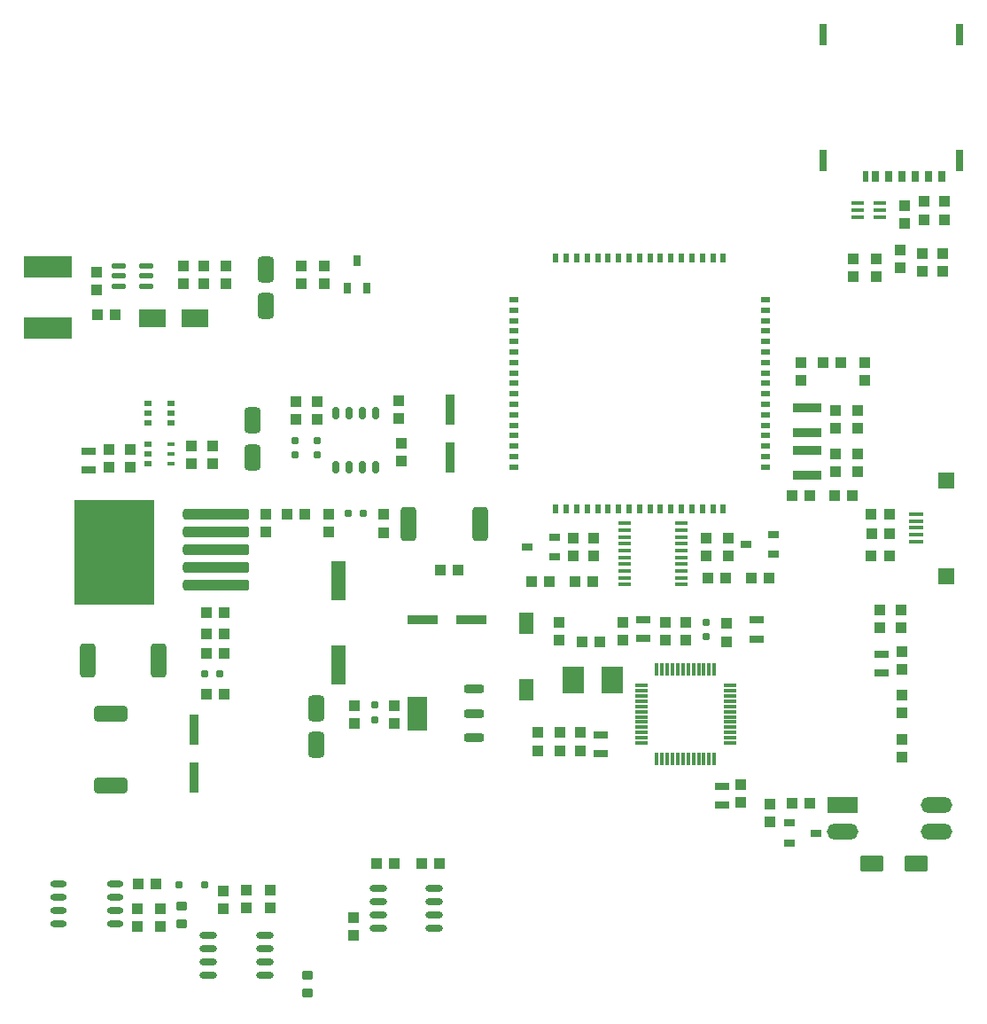
<source format=gtp>
G04*
G04 #@! TF.GenerationSoftware,Altium Limited,Altium Designer,21.0.8 (223)*
G04*
G04 Layer_Color=8421504*
%FSTAX24Y24*%
%MOIN*%
G70*
G04*
G04 #@! TF.SameCoordinates,736B94AB-3AD6-4132-BD99-26C8E2632B86*
G04*
G04*
G04 #@! TF.FilePolarity,Positive*
G04*
G01*
G75*
G04:AMPARAMS|DCode=29|XSize=60mil|YSize=128.7mil|CornerRadius=15mil|HoleSize=0mil|Usage=FLASHONLY|Rotation=0.000|XOffset=0mil|YOffset=0mil|HoleType=Round|Shape=RoundedRectangle|*
%AMROUNDEDRECTD29*
21,1,0.0600,0.0987,0,0,0.0*
21,1,0.0300,0.1287,0,0,0.0*
1,1,0.0300,0.0150,-0.0494*
1,1,0.0300,-0.0150,-0.0494*
1,1,0.0300,-0.0150,0.0494*
1,1,0.0300,0.0150,0.0494*
%
%ADD29ROUNDEDRECTD29*%
%ADD30R,0.0433X0.0394*%
%ADD31R,0.0354X0.1181*%
G04:AMPARAMS|DCode=32|XSize=63mil|YSize=98.4mil|CornerRadius=15.7mil|HoleSize=0mil|Usage=FLASHONLY|Rotation=0.000|XOffset=0mil|YOffset=0mil|HoleType=Round|Shape=RoundedRectangle|*
%AMROUNDEDRECTD32*
21,1,0.0630,0.0669,0,0,0.0*
21,1,0.0315,0.0984,0,0,0.0*
1,1,0.0315,0.0157,-0.0335*
1,1,0.0315,-0.0157,-0.0335*
1,1,0.0315,-0.0157,0.0335*
1,1,0.0315,0.0157,0.0335*
%
%ADD32ROUNDEDRECTD32*%
%ADD33R,0.0748X0.1280*%
G04:AMPARAMS|DCode=34|XSize=31.5mil|YSize=74.8mil|CornerRadius=7.9mil|HoleSize=0mil|Usage=FLASHONLY|Rotation=90.000|XOffset=0mil|YOffset=0mil|HoleType=Round|Shape=RoundedRectangle|*
%AMROUNDEDRECTD34*
21,1,0.0315,0.0591,0,0,90.0*
21,1,0.0157,0.0748,0,0,90.0*
1,1,0.0157,0.0295,0.0079*
1,1,0.0157,0.0295,-0.0079*
1,1,0.0157,-0.0295,-0.0079*
1,1,0.0157,-0.0295,0.0079*
%
%ADD34ROUNDEDRECTD34*%
%ADD35R,0.0276X0.0449*%
%ADD36R,0.0315X0.0827*%
%ADD37R,0.0236X0.0449*%
%ADD38R,0.0394X0.0433*%
%ADD39R,0.0453X0.0157*%
%ADD40R,0.0118X0.0472*%
%ADD41R,0.0472X0.0118*%
%ADD42R,0.0531X0.0157*%
%ADD43R,0.0600X0.0600*%
%ADD44R,0.0472X0.0157*%
%ADD45R,0.0236X0.0354*%
%ADD46R,0.0354X0.0236*%
%ADD47O,0.1181X0.0591*%
%ADD48R,0.1181X0.0591*%
%ADD49O,0.0610X0.0236*%
%ADD50R,0.0433X0.0276*%
G04:AMPARAMS|DCode=51|XSize=86.6mil|YSize=59.1mil|CornerRadius=7.4mil|HoleSize=0mil|Usage=FLASHONLY|Rotation=180.000|XOffset=0mil|YOffset=0mil|HoleType=Round|Shape=RoundedRectangle|*
%AMROUNDEDRECTD51*
21,1,0.0866,0.0443,0,0,180.0*
21,1,0.0719,0.0591,0,0,180.0*
1,1,0.0148,-0.0359,0.0221*
1,1,0.0148,0.0359,0.0221*
1,1,0.0148,0.0359,-0.0221*
1,1,0.0148,-0.0359,-0.0221*
%
%ADD51ROUNDEDRECTD51*%
%ADD52R,0.0551X0.0276*%
G04:AMPARAMS|DCode=53|XSize=39.4mil|YSize=35.4mil|CornerRadius=4.4mil|HoleSize=0mil|Usage=FLASHONLY|Rotation=0.000|XOffset=0mil|YOffset=0mil|HoleType=Round|Shape=RoundedRectangle|*
%AMROUNDEDRECTD53*
21,1,0.0394,0.0266,0,0,0.0*
21,1,0.0305,0.0354,0,0,0.0*
1,1,0.0089,0.0153,-0.0133*
1,1,0.0089,-0.0153,-0.0133*
1,1,0.0089,-0.0153,0.0133*
1,1,0.0089,0.0153,0.0133*
%
%ADD53ROUNDEDRECTD53*%
%ADD54O,0.0669X0.0236*%
G04:AMPARAMS|DCode=55|XSize=23.6mil|YSize=27.6mil|CornerRadius=3mil|HoleSize=0mil|Usage=FLASHONLY|Rotation=180.000|XOffset=0mil|YOffset=0mil|HoleType=Round|Shape=RoundedRectangle|*
%AMROUNDEDRECTD55*
21,1,0.0236,0.0217,0,0,180.0*
21,1,0.0177,0.0276,0,0,180.0*
1,1,0.0059,-0.0089,0.0108*
1,1,0.0059,0.0089,0.0108*
1,1,0.0059,0.0089,-0.0108*
1,1,0.0059,-0.0089,-0.0108*
%
%ADD55ROUNDEDRECTD55*%
%ADD56R,0.1102X0.0374*%
%ADD57R,0.0551X0.0787*%
G04:AMPARAMS|DCode=58|XSize=27.6mil|YSize=27.6mil|CornerRadius=6.9mil|HoleSize=0mil|Usage=FLASHONLY|Rotation=270.000|XOffset=0mil|YOffset=0mil|HoleType=Round|Shape=RoundedRectangle|*
%AMROUNDEDRECTD58*
21,1,0.0276,0.0138,0,0,270.0*
21,1,0.0138,0.0276,0,0,270.0*
1,1,0.0138,-0.0069,-0.0069*
1,1,0.0138,-0.0069,0.0069*
1,1,0.0138,0.0069,0.0069*
1,1,0.0138,0.0069,-0.0069*
%
%ADD58ROUNDEDRECTD58*%
%ADD59R,0.0787X0.1024*%
G04:AMPARAMS|DCode=60|XSize=27.6mil|YSize=27.6mil|CornerRadius=6.9mil|HoleSize=0mil|Usage=FLASHONLY|Rotation=180.000|XOffset=0mil|YOffset=0mil|HoleType=Round|Shape=RoundedRectangle|*
%AMROUNDEDRECTD60*
21,1,0.0276,0.0138,0,0,180.0*
21,1,0.0138,0.0276,0,0,180.0*
1,1,0.0138,-0.0069,0.0069*
1,1,0.0138,0.0069,0.0069*
1,1,0.0138,0.0069,-0.0069*
1,1,0.0138,-0.0069,-0.0069*
%
%ADD60ROUNDEDRECTD60*%
%ADD61R,0.0551X0.1457*%
%ADD62R,0.1181X0.0354*%
G04:AMPARAMS|DCode=63|XSize=23.6mil|YSize=47.2mil|CornerRadius=5.9mil|HoleSize=0mil|Usage=FLASHONLY|Rotation=180.000|XOffset=0mil|YOffset=0mil|HoleType=Round|Shape=RoundedRectangle|*
%AMROUNDEDRECTD63*
21,1,0.0236,0.0354,0,0,180.0*
21,1,0.0118,0.0472,0,0,180.0*
1,1,0.0118,-0.0059,0.0177*
1,1,0.0118,0.0059,0.0177*
1,1,0.0118,0.0059,-0.0177*
1,1,0.0118,-0.0059,-0.0177*
%
%ADD63ROUNDEDRECTD63*%
%ADD64R,0.3032X0.3937*%
G04:AMPARAMS|DCode=65|XSize=250mil|YSize=40.2mil|CornerRadius=10mil|HoleSize=0mil|Usage=FLASHONLY|Rotation=0.000|XOffset=0mil|YOffset=0mil|HoleType=Round|Shape=RoundedRectangle|*
%AMROUNDEDRECTD65*
21,1,0.2500,0.0201,0,0,0.0*
21,1,0.2299,0.0402,0,0,0.0*
1,1,0.0201,0.1150,-0.0100*
1,1,0.0201,-0.1150,-0.0100*
1,1,0.0201,-0.1150,0.0100*
1,1,0.0201,0.1150,0.0100*
%
%ADD65ROUNDEDRECTD65*%
G04:AMPARAMS|DCode=66|XSize=19.7mil|YSize=55.1mil|CornerRadius=4.9mil|HoleSize=0mil|Usage=FLASHONLY|Rotation=90.000|XOffset=0mil|YOffset=0mil|HoleType=Round|Shape=RoundedRectangle|*
%AMROUNDEDRECTD66*
21,1,0.0197,0.0453,0,0,90.0*
21,1,0.0098,0.0551,0,0,90.0*
1,1,0.0098,0.0226,0.0049*
1,1,0.0098,0.0226,-0.0049*
1,1,0.0098,-0.0226,-0.0049*
1,1,0.0098,-0.0226,0.0049*
%
%ADD66ROUNDEDRECTD66*%
%ADD67R,0.1811X0.0787*%
%ADD68R,0.0315X0.0157*%
%ADD69R,0.0315X0.0197*%
%ADD70R,0.0315X0.0236*%
%ADD71R,0.0984X0.0669*%
G04:AMPARAMS|DCode=72|XSize=60mil|YSize=128.7mil|CornerRadius=15mil|HoleSize=0mil|Usage=FLASHONLY|Rotation=90.000|XOffset=0mil|YOffset=0mil|HoleType=Round|Shape=RoundedRectangle|*
%AMROUNDEDRECTD72*
21,1,0.0600,0.0987,0,0,90.0*
21,1,0.0300,0.1287,0,0,90.0*
1,1,0.0300,0.0494,0.0150*
1,1,0.0300,0.0494,-0.0150*
1,1,0.0300,-0.0494,-0.0150*
1,1,0.0300,-0.0494,0.0150*
%
%ADD72ROUNDEDRECTD72*%
%ADD73R,0.0276X0.0433*%
D29*
X028089Y030039D02*
D03*
X03077D02*
D03*
X018691Y0249D02*
D03*
X016009D02*
D03*
D30*
X029941Y028307D02*
D03*
X029272D02*
D03*
X045492Y030394D02*
D03*
X046161D02*
D03*
X045512Y029646D02*
D03*
X046181D02*
D03*
X046161Y028819D02*
D03*
X045492D02*
D03*
X032697Y027874D02*
D03*
X033366D02*
D03*
X03502D02*
D03*
X03435D02*
D03*
X04435Y036102D02*
D03*
X043681D02*
D03*
X043169Y019528D02*
D03*
X0425D02*
D03*
X02689Y017244D02*
D03*
X027559D02*
D03*
X028563D02*
D03*
X029232D02*
D03*
X017894Y016496D02*
D03*
X018563D02*
D03*
X040965Y027992D02*
D03*
X041634D02*
D03*
X04002D02*
D03*
X03935D02*
D03*
X0425Y031102D02*
D03*
X043169D02*
D03*
X044783Y031102D02*
D03*
X044114D02*
D03*
X03461Y025587D02*
D03*
X03528D02*
D03*
X02352Y030397D02*
D03*
X024189D02*
D03*
X017035Y0379D02*
D03*
X016365D02*
D03*
X020465Y0267D02*
D03*
X021135D02*
D03*
X020465Y0259D02*
D03*
X021135D02*
D03*
X021136Y023643D02*
D03*
X020466D02*
D03*
X021135Y02515D02*
D03*
X020465D02*
D03*
D31*
X02Y022306D02*
D03*
Y020494D02*
D03*
X02965Y034332D02*
D03*
Y032521D02*
D03*
D32*
X024606Y021713D02*
D03*
Y023091D02*
D03*
X0222Y032538D02*
D03*
Y033916D02*
D03*
X0227Y039589D02*
D03*
Y038211D02*
D03*
D33*
X028424Y022906D02*
D03*
D34*
X03055D02*
D03*
Y023811D02*
D03*
Y022D02*
D03*
D35*
X047142Y043106D02*
D03*
X046142D02*
D03*
X047642D02*
D03*
X046642D02*
D03*
X045642D02*
D03*
X048142D02*
D03*
D36*
X048799Y043689D02*
D03*
X043681Y048413D02*
D03*
X048799D02*
D03*
X043681Y043689D02*
D03*
D37*
X045268Y043106D02*
D03*
D38*
X046654Y022913D02*
D03*
Y023583D02*
D03*
X046732Y041988D02*
D03*
Y041319D02*
D03*
X044803Y039311D02*
D03*
Y03998D02*
D03*
X045236Y035413D02*
D03*
Y036083D02*
D03*
X045669Y039311D02*
D03*
Y03998D02*
D03*
X027795Y032382D02*
D03*
Y033051D02*
D03*
X0249Y039735D02*
D03*
Y039065D02*
D03*
X039291Y028839D02*
D03*
Y029508D02*
D03*
X040118Y028839D02*
D03*
Y029508D02*
D03*
X048228Y041476D02*
D03*
Y042146D02*
D03*
X04748Y041476D02*
D03*
Y042146D02*
D03*
X047402Y040197D02*
D03*
Y039528D02*
D03*
X048167Y04019D02*
D03*
Y03952D02*
D03*
X046575Y040335D02*
D03*
Y039665D02*
D03*
X042835Y035413D02*
D03*
Y036083D02*
D03*
X046654Y025217D02*
D03*
Y024547D02*
D03*
X046614Y026791D02*
D03*
Y026122D02*
D03*
X045817Y026791D02*
D03*
Y026122D02*
D03*
X041693Y019508D02*
D03*
Y018839D02*
D03*
X026024Y014547D02*
D03*
Y015217D02*
D03*
X022874Y01626D02*
D03*
Y015591D02*
D03*
X021969Y01626D02*
D03*
Y015591D02*
D03*
X021102Y01624D02*
D03*
Y015571D02*
D03*
X01874Y014902D02*
D03*
Y015571D02*
D03*
X017874Y014902D02*
D03*
Y015571D02*
D03*
X027129Y030378D02*
D03*
Y029708D02*
D03*
X034291Y029508D02*
D03*
Y028839D02*
D03*
X035039Y029508D02*
D03*
Y028839D02*
D03*
X044134Y033622D02*
D03*
Y034291D02*
D03*
X044961Y033622D02*
D03*
Y034291D02*
D03*
X044134Y032677D02*
D03*
Y032008D02*
D03*
X044961Y032657D02*
D03*
Y031988D02*
D03*
X033745Y026322D02*
D03*
Y025653D02*
D03*
X03378Y021509D02*
D03*
Y022178D02*
D03*
X032953D02*
D03*
Y021509D02*
D03*
X037731Y026322D02*
D03*
Y025653D02*
D03*
X038504Y026319D02*
D03*
Y02565D02*
D03*
X040591Y019547D02*
D03*
Y020217D02*
D03*
X040039Y02628D02*
D03*
Y02561D02*
D03*
X046654Y02126D02*
D03*
Y021929D02*
D03*
X036145Y026322D02*
D03*
Y025653D02*
D03*
X03455Y022178D02*
D03*
Y021509D02*
D03*
X025064Y029718D02*
D03*
Y030387D02*
D03*
X02385Y033965D02*
D03*
Y034635D02*
D03*
X02465Y033965D02*
D03*
Y034635D02*
D03*
X0277Y033992D02*
D03*
Y034661D02*
D03*
X02755Y023185D02*
D03*
Y022515D02*
D03*
X02605D02*
D03*
Y023185D02*
D03*
X020702Y032954D02*
D03*
Y032285D02*
D03*
X0227Y030385D02*
D03*
Y029715D02*
D03*
X0199Y032954D02*
D03*
Y032285D02*
D03*
X01635Y038815D02*
D03*
Y039485D02*
D03*
X0176Y03215D02*
D03*
Y032819D02*
D03*
X0168Y032819D02*
D03*
Y03215D02*
D03*
X020367Y039062D02*
D03*
Y039731D02*
D03*
X0196Y039735D02*
D03*
Y039065D02*
D03*
X0212D02*
D03*
Y039735D02*
D03*
X02405Y039065D02*
D03*
Y039735D02*
D03*
D39*
X0458Y042085D02*
D03*
Y041829D02*
D03*
Y041573D02*
D03*
X044973D02*
D03*
Y041829D02*
D03*
Y042085D02*
D03*
D40*
X039587Y024547D02*
D03*
X03939D02*
D03*
X039193D02*
D03*
X038996D02*
D03*
X038799D02*
D03*
X038602D02*
D03*
X038406D02*
D03*
X038209D02*
D03*
X038012D02*
D03*
X037815D02*
D03*
X037618D02*
D03*
X039587Y021201D02*
D03*
X03939D02*
D03*
X039193D02*
D03*
X038996D02*
D03*
X038799D02*
D03*
X038602D02*
D03*
X038406D02*
D03*
X038209D02*
D03*
X038012D02*
D03*
X037815D02*
D03*
X037618D02*
D03*
X037421Y024547D02*
D03*
Y021201D02*
D03*
D41*
X040177Y021791D02*
D03*
Y021988D02*
D03*
Y022185D02*
D03*
Y022382D02*
D03*
Y022579D02*
D03*
Y022776D02*
D03*
Y022972D02*
D03*
Y023169D02*
D03*
Y023366D02*
D03*
Y023563D02*
D03*
Y02376D02*
D03*
Y023957D02*
D03*
X036831Y021791D02*
D03*
Y021988D02*
D03*
Y022185D02*
D03*
Y022382D02*
D03*
Y022579D02*
D03*
Y022776D02*
D03*
Y022972D02*
D03*
Y023169D02*
D03*
Y023366D02*
D03*
Y023563D02*
D03*
Y02376D02*
D03*
Y023953D02*
D03*
D42*
X047165Y030394D02*
D03*
Y030138D02*
D03*
Y029882D02*
D03*
Y029626D02*
D03*
Y02937D02*
D03*
D43*
X048295Y028054D02*
D03*
X048305Y031664D02*
D03*
D44*
X038329Y027746D02*
D03*
Y030049D02*
D03*
Y029793D02*
D03*
Y029537D02*
D03*
Y029281D02*
D03*
Y029026D02*
D03*
Y02877D02*
D03*
Y028514D02*
D03*
Y028258D02*
D03*
Y028002D02*
D03*
X036203Y027746D02*
D03*
Y028002D02*
D03*
Y028258D02*
D03*
Y028514D02*
D03*
Y02877D02*
D03*
Y029026D02*
D03*
Y029281D02*
D03*
Y029537D02*
D03*
Y029793D02*
D03*
Y030049D02*
D03*
D45*
X03874Y040039D02*
D03*
X039134D02*
D03*
X039528D02*
D03*
X039921D02*
D03*
X038346Y030591D02*
D03*
X037953D02*
D03*
X039921D02*
D03*
X039528D02*
D03*
X039134D02*
D03*
X03874D02*
D03*
X037559D02*
D03*
X035591D02*
D03*
X035984D02*
D03*
X036378D02*
D03*
X036772D02*
D03*
X037165D02*
D03*
X034016D02*
D03*
X035197D02*
D03*
X034803D02*
D03*
X034409D02*
D03*
X033622D02*
D03*
X038346Y040039D02*
D03*
X037165D02*
D03*
X034016D02*
D03*
X036772D02*
D03*
X036378D02*
D03*
X035984D02*
D03*
X035591D02*
D03*
X035197D02*
D03*
X034803D02*
D03*
X034409D02*
D03*
X037559D02*
D03*
X037953D02*
D03*
X033622D02*
D03*
D46*
X041496Y038465D02*
D03*
Y038071D02*
D03*
Y037677D02*
D03*
Y037283D02*
D03*
Y03689D02*
D03*
Y036496D02*
D03*
X032047Y032165D02*
D03*
Y032953D02*
D03*
Y033346D02*
D03*
Y032559D02*
D03*
Y03374D02*
D03*
X041496Y036102D02*
D03*
Y035709D02*
D03*
Y034134D02*
D03*
Y035315D02*
D03*
Y034921D02*
D03*
Y032165D02*
D03*
Y032559D02*
D03*
Y032953D02*
D03*
Y033346D02*
D03*
Y03374D02*
D03*
Y034528D02*
D03*
X032047Y034134D02*
D03*
Y038465D02*
D03*
Y036496D02*
D03*
Y038071D02*
D03*
Y037677D02*
D03*
Y037283D02*
D03*
Y03689D02*
D03*
Y036102D02*
D03*
Y035709D02*
D03*
Y035315D02*
D03*
Y034921D02*
D03*
Y034528D02*
D03*
D47*
X044425Y018476D02*
D03*
X047937Y019476D02*
D03*
Y018476D02*
D03*
D48*
X044425Y019476D02*
D03*
D49*
X017047Y014998D02*
D03*
Y015498D02*
D03*
Y015998D02*
D03*
Y016498D02*
D03*
X014921Y014998D02*
D03*
Y015498D02*
D03*
Y015998D02*
D03*
Y016498D02*
D03*
D50*
X040787Y029252D02*
D03*
X041811Y029626D02*
D03*
Y028878D02*
D03*
X042402Y01878D02*
D03*
Y018032D02*
D03*
X043425Y018406D02*
D03*
X033583Y02878D02*
D03*
Y029528D02*
D03*
X032559Y029154D02*
D03*
D51*
X047165Y017244D02*
D03*
X045512D02*
D03*
D52*
X045866Y024423D02*
D03*
Y025132D02*
D03*
X039862Y019449D02*
D03*
Y020157D02*
D03*
X036924Y026433D02*
D03*
Y025724D02*
D03*
X041181Y026417D02*
D03*
Y025709D02*
D03*
X035317Y022103D02*
D03*
Y021394D02*
D03*
X01605Y032754D02*
D03*
Y032046D02*
D03*
D53*
X024291Y012382D02*
D03*
Y013051D02*
D03*
X019528Y015D02*
D03*
Y015669D02*
D03*
D54*
X026929Y015841D02*
D03*
Y014841D02*
D03*
Y015341D02*
D03*
Y016341D02*
D03*
X029055Y014841D02*
D03*
Y015341D02*
D03*
Y015841D02*
D03*
Y016341D02*
D03*
X020551Y013069D02*
D03*
Y013569D02*
D03*
Y014069D02*
D03*
Y014569D02*
D03*
X022677Y013069D02*
D03*
Y014069D02*
D03*
Y014569D02*
D03*
Y013569D02*
D03*
D55*
X020413Y016457D02*
D03*
X019429D02*
D03*
D56*
X043071Y034409D02*
D03*
Y033465D02*
D03*
Y03185D02*
D03*
Y032795D02*
D03*
D57*
X032517Y026299D02*
D03*
Y02378D02*
D03*
D58*
X039291Y025787D02*
D03*
Y026339D02*
D03*
X02465Y033176D02*
D03*
Y032624D02*
D03*
X023805Y033173D02*
D03*
Y032621D02*
D03*
X0268Y022674D02*
D03*
Y023226D02*
D03*
D59*
X034272Y024173D02*
D03*
X035728D02*
D03*
D60*
X026375Y03042D02*
D03*
X025824D02*
D03*
X020424Y0244D02*
D03*
X020976D02*
D03*
D61*
X02545Y0279D02*
D03*
D03*
Y024711D02*
D03*
D62*
X030433Y026417D02*
D03*
X028622D02*
D03*
D63*
X02585Y0342D02*
D03*
X02685D02*
D03*
X02635D02*
D03*
X02535D02*
D03*
X02685D02*
D03*
Y032153D02*
D03*
X02635D02*
D03*
X02585D02*
D03*
X02535D02*
D03*
D64*
X017001Y028971D02*
D03*
D65*
X02085Y027711D02*
D03*
Y028381D02*
D03*
Y02905D02*
D03*
Y029719D02*
D03*
Y030389D02*
D03*
D66*
X018212Y03935D02*
D03*
Y039724D02*
D03*
X017188Y038976D02*
D03*
Y03935D02*
D03*
Y039724D02*
D03*
X018212Y038976D02*
D03*
D67*
X0145Y039692D02*
D03*
Y037408D02*
D03*
D68*
X019132Y033038D02*
D03*
Y032664D02*
D03*
Y03229D02*
D03*
D69*
X018266Y033038D02*
D03*
Y032664D02*
D03*
Y03229D02*
D03*
D70*
X019133Y033826D02*
D03*
Y034574D02*
D03*
Y0342D02*
D03*
X018267Y033826D02*
D03*
Y0342D02*
D03*
Y034574D02*
D03*
D71*
X01845Y03775D02*
D03*
X02005D02*
D03*
D72*
X016871Y020202D02*
D03*
Y022883D02*
D03*
D73*
X02615Y039912D02*
D03*
X026524Y038888D02*
D03*
X025776D02*
D03*
M02*

</source>
